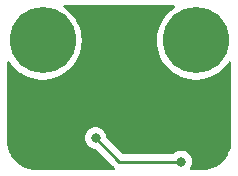
<source format=gbl>
G04 #@! TF.GenerationSoftware,KiCad,Pcbnew,(6.0.11-0)*
G04 #@! TF.CreationDate,2023-02-14T20:09:15-07:00*
G04 #@! TF.ProjectId,LightSensorPCB,4c696768-7453-4656-9e73-6f725043422e,rev?*
G04 #@! TF.SameCoordinates,Original*
G04 #@! TF.FileFunction,Copper,L2,Bot*
G04 #@! TF.FilePolarity,Positive*
%FSLAX46Y46*%
G04 Gerber Fmt 4.6, Leading zero omitted, Abs format (unit mm)*
G04 Created by KiCad (PCBNEW (6.0.11-0)) date 2023-02-14 20:09:15*
%MOMM*%
%LPD*%
G01*
G04 APERTURE LIST*
G04 #@! TA.AperFunction,ComponentPad*
%ADD10C,5.600000*%
G04 #@! TD*
G04 #@! TA.AperFunction,ViaPad*
%ADD11C,0.800000*%
G04 #@! TD*
G04 #@! TA.AperFunction,Conductor*
%ADD12C,0.254000*%
G04 #@! TD*
G04 APERTURE END LIST*
D10*
X103500000Y-103500000D03*
X116500000Y-103500000D03*
D11*
X105750000Y-111000000D03*
X109500000Y-108250000D03*
X108000000Y-111750000D03*
X115250000Y-113750000D03*
X102250000Y-107750000D03*
X117750000Y-107750000D03*
D12*
X110000000Y-113750000D02*
X108000000Y-111750000D01*
X115250000Y-113750000D02*
X110000000Y-113750000D01*
G04 #@! TA.AperFunction,Conductor*
G36*
X114668127Y-100528502D02*
G01*
X114714620Y-100582158D01*
X114724724Y-100652432D01*
X114695230Y-100717012D01*
X114664715Y-100742614D01*
X114647193Y-100753101D01*
X114644467Y-100755163D01*
X114644465Y-100755164D01*
X114638620Y-100759585D01*
X114361367Y-100969270D01*
X114100559Y-101215043D01*
X113867819Y-101487546D01*
X113865900Y-101490358D01*
X113865897Y-101490363D01*
X113772624Y-101627097D01*
X113665871Y-101783591D01*
X113497077Y-102099714D01*
X113363411Y-102432218D01*
X113362491Y-102435492D01*
X113362489Y-102435497D01*
X113360332Y-102443173D01*
X113266437Y-102777213D01*
X113265875Y-102780570D01*
X113265875Y-102780571D01*
X113230931Y-102989392D01*
X113207290Y-103130663D01*
X113186661Y-103488434D01*
X113204792Y-103846340D01*
X113205329Y-103849695D01*
X113205330Y-103849701D01*
X113210316Y-103880828D01*
X113261470Y-104200195D01*
X113356033Y-104545859D01*
X113487374Y-104879288D01*
X113653957Y-105196582D01*
X113655858Y-105199411D01*
X113655864Y-105199421D01*
X113786858Y-105394359D01*
X113853834Y-105494029D01*
X114084665Y-105768150D01*
X114343751Y-106015738D01*
X114628061Y-106233897D01*
X114660056Y-106253350D01*
X114931355Y-106418303D01*
X114931360Y-106418306D01*
X114934270Y-106420075D01*
X114937358Y-106421521D01*
X114937357Y-106421521D01*
X115255710Y-106570649D01*
X115255720Y-106570653D01*
X115258794Y-106572093D01*
X115262012Y-106573195D01*
X115262015Y-106573196D01*
X115594615Y-106687071D01*
X115594623Y-106687073D01*
X115597838Y-106688174D01*
X115947435Y-106766959D01*
X115999728Y-106772917D01*
X116300114Y-106807142D01*
X116300122Y-106807142D01*
X116303497Y-106807527D01*
X116306901Y-106807545D01*
X116306904Y-106807545D01*
X116501227Y-106808562D01*
X116661857Y-106809403D01*
X116665243Y-106809053D01*
X116665245Y-106809053D01*
X117014932Y-106772917D01*
X117014941Y-106772916D01*
X117018324Y-106772566D01*
X117021657Y-106771852D01*
X117021660Y-106771851D01*
X117194186Y-106734864D01*
X117368727Y-106697446D01*
X117708968Y-106584922D01*
X118035066Y-106436311D01*
X118129052Y-106380506D01*
X118340262Y-106255099D01*
X118340267Y-106255096D01*
X118343207Y-106253350D01*
X118629786Y-106038180D01*
X118891451Y-105793319D01*
X119125140Y-105521630D01*
X119261660Y-105322992D01*
X119316728Y-105278181D01*
X119387281Y-105270256D01*
X119450919Y-105301733D01*
X119487436Y-105362618D01*
X119491500Y-105394359D01*
X119491500Y-111950633D01*
X119490000Y-111970018D01*
X119487690Y-111984851D01*
X119487690Y-111984855D01*
X119486309Y-111993724D01*
X119488558Y-112010919D01*
X119489391Y-112034863D01*
X119473794Y-112292710D01*
X119471960Y-112307814D01*
X119429918Y-112537237D01*
X119420477Y-112588754D01*
X119416836Y-112603526D01*
X119388206Y-112695405D01*
X119331859Y-112876227D01*
X119326466Y-112890445D01*
X119241768Y-113078638D01*
X119209243Y-113150906D01*
X119202172Y-113164379D01*
X119054405Y-113408813D01*
X119045762Y-113421334D01*
X118869615Y-113646171D01*
X118859525Y-113657560D01*
X118657560Y-113859525D01*
X118646171Y-113869615D01*
X118421334Y-114045762D01*
X118408813Y-114054405D01*
X118164379Y-114202172D01*
X118150908Y-114209242D01*
X117890445Y-114326466D01*
X117876231Y-114331858D01*
X117603527Y-114416836D01*
X117588760Y-114420475D01*
X117379786Y-114458771D01*
X117307814Y-114471960D01*
X117292710Y-114473794D01*
X117042096Y-114488953D01*
X117015284Y-114487692D01*
X117015148Y-114487690D01*
X117006276Y-114486309D01*
X116997374Y-114487473D01*
X116997372Y-114487473D01*
X116982707Y-114489391D01*
X116974714Y-114490436D01*
X116958379Y-114491500D01*
X116086857Y-114491500D01*
X116018736Y-114471498D01*
X115972243Y-114417842D01*
X115962139Y-114347568D01*
X115984862Y-114291584D01*
X115989040Y-114286944D01*
X116019737Y-114233776D01*
X116081223Y-114127279D01*
X116081224Y-114127278D01*
X116084527Y-114121556D01*
X116143542Y-113939928D01*
X116163504Y-113750000D01*
X116143542Y-113560072D01*
X116084527Y-113378444D01*
X115989040Y-113213056D01*
X115861253Y-113071134D01*
X115706752Y-112958882D01*
X115700724Y-112956198D01*
X115700722Y-112956197D01*
X115538319Y-112883891D01*
X115538318Y-112883891D01*
X115532288Y-112881206D01*
X115438888Y-112861353D01*
X115351944Y-112842872D01*
X115351939Y-112842872D01*
X115345487Y-112841500D01*
X115154513Y-112841500D01*
X115148061Y-112842872D01*
X115148056Y-112842872D01*
X115061112Y-112861353D01*
X114967712Y-112881206D01*
X114961682Y-112883891D01*
X114961681Y-112883891D01*
X114799278Y-112956197D01*
X114799276Y-112956198D01*
X114793248Y-112958882D01*
X114787907Y-112962762D01*
X114787906Y-112962763D01*
X114660329Y-113055454D01*
X114638747Y-113071134D01*
X114634332Y-113076037D01*
X114629420Y-113080460D01*
X114627779Y-113078638D01*
X114576790Y-113110050D01*
X114543601Y-113114500D01*
X110315423Y-113114500D01*
X110247302Y-113094498D01*
X110226328Y-113077595D01*
X108946790Y-111798057D01*
X108912764Y-111735745D01*
X108910575Y-111722132D01*
X108894232Y-111566635D01*
X108894232Y-111566633D01*
X108893542Y-111560072D01*
X108834527Y-111378444D01*
X108739040Y-111213056D01*
X108611253Y-111071134D01*
X108456752Y-110958882D01*
X108450724Y-110956198D01*
X108450722Y-110956197D01*
X108288319Y-110883891D01*
X108288318Y-110883891D01*
X108282288Y-110881206D01*
X108188887Y-110861353D01*
X108101944Y-110842872D01*
X108101939Y-110842872D01*
X108095487Y-110841500D01*
X107904513Y-110841500D01*
X107898061Y-110842872D01*
X107898056Y-110842872D01*
X107811113Y-110861353D01*
X107717712Y-110881206D01*
X107711682Y-110883891D01*
X107711681Y-110883891D01*
X107549278Y-110956197D01*
X107549276Y-110956198D01*
X107543248Y-110958882D01*
X107388747Y-111071134D01*
X107260960Y-111213056D01*
X107165473Y-111378444D01*
X107106458Y-111560072D01*
X107086496Y-111750000D01*
X107106458Y-111939928D01*
X107165473Y-112121556D01*
X107260960Y-112286944D01*
X107388747Y-112428866D01*
X107543248Y-112541118D01*
X107549276Y-112543802D01*
X107549278Y-112543803D01*
X107711681Y-112616109D01*
X107717712Y-112618794D01*
X107811113Y-112638647D01*
X107898056Y-112657128D01*
X107898061Y-112657128D01*
X107904513Y-112658500D01*
X107957578Y-112658500D01*
X108025699Y-112678502D01*
X108046673Y-112695405D01*
X108772601Y-113421334D01*
X109494750Y-114143483D01*
X109502326Y-114151809D01*
X109506447Y-114158303D01*
X109512222Y-114163726D01*
X109556265Y-114205085D01*
X109559107Y-114207840D01*
X109578906Y-114227639D01*
X109582037Y-114230068D01*
X109582042Y-114230072D01*
X109582128Y-114230139D01*
X109591153Y-114237847D01*
X109619411Y-114264383D01*
X109619412Y-114264384D01*
X109623494Y-114268217D01*
X109622876Y-114268875D01*
X109662134Y-114319785D01*
X109668210Y-114390521D01*
X109635078Y-114453313D01*
X109573259Y-114488225D01*
X109544719Y-114491500D01*
X103049367Y-114491500D01*
X103029982Y-114490000D01*
X103015149Y-114487690D01*
X103015145Y-114487690D01*
X103006276Y-114486309D01*
X102989077Y-114488558D01*
X102965137Y-114489391D01*
X102707290Y-114473794D01*
X102692186Y-114471960D01*
X102620214Y-114458771D01*
X102411240Y-114420475D01*
X102396473Y-114416836D01*
X102123769Y-114331858D01*
X102109555Y-114326466D01*
X101849092Y-114209242D01*
X101835621Y-114202172D01*
X101591187Y-114054405D01*
X101578666Y-114045762D01*
X101353829Y-113869615D01*
X101342440Y-113859525D01*
X101140475Y-113657560D01*
X101130385Y-113646171D01*
X100954238Y-113421334D01*
X100945595Y-113408813D01*
X100797828Y-113164379D01*
X100790757Y-113150906D01*
X100758232Y-113078638D01*
X100673534Y-112890445D01*
X100668141Y-112876227D01*
X100611795Y-112695405D01*
X100583164Y-112603526D01*
X100579523Y-112588754D01*
X100570083Y-112537237D01*
X100528040Y-112307814D01*
X100526206Y-112292710D01*
X100511269Y-112045768D01*
X100512520Y-112022216D01*
X100512334Y-112022199D01*
X100512769Y-112017350D01*
X100513576Y-112012552D01*
X100513729Y-112000000D01*
X100509773Y-111972376D01*
X100508500Y-111954514D01*
X100508500Y-105393535D01*
X100528502Y-105325414D01*
X100582158Y-105278921D01*
X100652432Y-105268817D01*
X100717012Y-105298311D01*
X100739080Y-105323258D01*
X100853834Y-105494029D01*
X101084665Y-105768150D01*
X101343751Y-106015738D01*
X101628061Y-106233897D01*
X101660056Y-106253350D01*
X101931355Y-106418303D01*
X101931360Y-106418306D01*
X101934270Y-106420075D01*
X101937358Y-106421521D01*
X101937357Y-106421521D01*
X102255710Y-106570649D01*
X102255720Y-106570653D01*
X102258794Y-106572093D01*
X102262012Y-106573195D01*
X102262015Y-106573196D01*
X102594615Y-106687071D01*
X102594623Y-106687073D01*
X102597838Y-106688174D01*
X102947435Y-106766959D01*
X102999728Y-106772917D01*
X103300114Y-106807142D01*
X103300122Y-106807142D01*
X103303497Y-106807527D01*
X103306901Y-106807545D01*
X103306904Y-106807545D01*
X103501227Y-106808562D01*
X103661857Y-106809403D01*
X103665243Y-106809053D01*
X103665245Y-106809053D01*
X104014932Y-106772917D01*
X104014941Y-106772916D01*
X104018324Y-106772566D01*
X104021657Y-106771852D01*
X104021660Y-106771851D01*
X104194186Y-106734864D01*
X104368727Y-106697446D01*
X104708968Y-106584922D01*
X105035066Y-106436311D01*
X105129052Y-106380506D01*
X105340262Y-106255099D01*
X105340267Y-106255096D01*
X105343207Y-106253350D01*
X105629786Y-106038180D01*
X105891451Y-105793319D01*
X106125140Y-105521630D01*
X106234426Y-105362618D01*
X106326190Y-105229101D01*
X106326195Y-105229094D01*
X106328120Y-105226292D01*
X106329732Y-105223298D01*
X106329737Y-105223290D01*
X106496395Y-104913772D01*
X106498017Y-104910760D01*
X106632842Y-104578724D01*
X106643142Y-104542568D01*
X106663527Y-104471006D01*
X106731020Y-104234070D01*
X106791401Y-103880828D01*
X106793511Y-103846340D01*
X106813168Y-103524928D01*
X106813278Y-103523131D01*
X106813359Y-103500000D01*
X106793979Y-103142159D01*
X106736066Y-102788505D01*
X106640297Y-102443173D01*
X106637243Y-102435497D01*
X106509052Y-102113369D01*
X106507793Y-102110205D01*
X106439016Y-101980308D01*
X106341702Y-101796513D01*
X106341698Y-101796506D01*
X106340103Y-101793494D01*
X106139190Y-101496746D01*
X105907403Y-101223432D01*
X105647454Y-100976750D01*
X105456448Y-100831242D01*
X105365091Y-100761647D01*
X105365089Y-100761646D01*
X105362384Y-100759585D01*
X105359466Y-100757825D01*
X105359459Y-100757820D01*
X105333880Y-100742390D01*
X105285881Y-100690077D01*
X105273785Y-100620118D01*
X105301432Y-100554726D01*
X105360044Y-100514661D01*
X105398962Y-100508500D01*
X114600006Y-100508500D01*
X114668127Y-100528502D01*
G37*
G04 #@! TD.AperFunction*
M02*

</source>
